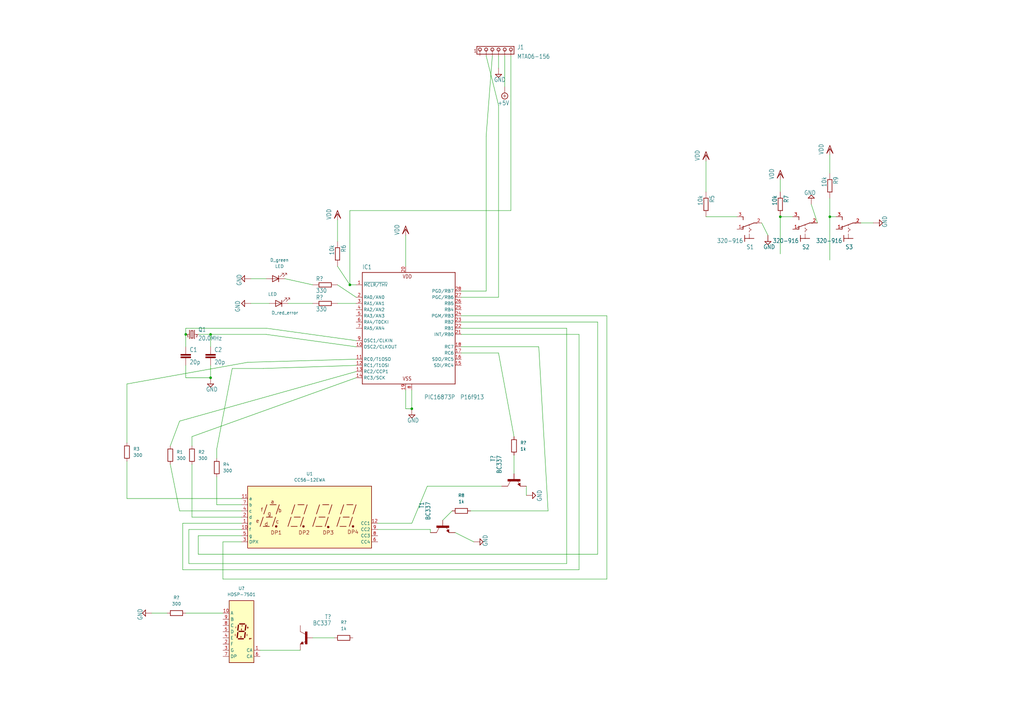
<source format=kicad_sch>
(kicad_sch (version 20211123) (generator eeschema)
  (paper "A3")
  (lib_symbols
    (symbol "Device:LED" (pin_numbers hide) (pin_names (offset 1.016) hide)
      (property "Reference" "D" (at 0 2.54 0))
      (property "Value" "LED" (at 0 -2.54 0))
      (symbol "LED_0_1"
        (polyline (pts (xy -1.27 -1.27) (xy -1.27 1.27)) (stroke (width 0.254)))
        (polyline (pts (xy -1.27 0) (xy 1.27 0)))
        (polyline (pts (xy 1.27 -1.27) (xy 1.27 1.27) (xy -1.27 0) (xy 1.27 -1.27)) (stroke (width 0.254)))
        (polyline (pts (xy -3.048 -0.762) (xy -4.572 -2.286) (xy -3.81 -2.286) (xy -4.572 -2.286) (xy -4.572 -1.524)))
        (polyline (pts (xy -1.778 -0.762) (xy -3.302 -2.286) (xy -2.54 -2.286) (xy -3.302 -2.286) (xy -3.302 -1.524)))
      )
      (symbol "LED_1_1"
        (pin passive line (at -3.81 0 0) (length 2.54) (name "K") (number "1"))
        (pin passive line (at 3.81 0 180) (length 2.54) (name "A") (number "2"))
      )
    )
    (symbol "Device:R" (pin_numbers hide) (pin_names (offset 0))
      (property "Reference" "R" (at 2.032 0 90))
      (property "Value" "R" (at 0 0 90))
      (symbol "R_0_1"
        (rectangle (start -1.016 -2.54) (end 1.016 2.54) (stroke (width 0.254)))
      )
      (symbol "R_1_1"
        (pin passive line (at 0 3.81 270) (length 1.27) (name "~") (number "1"))
        (pin passive line (at 0 -3.81 90) (length 1.27) (name "~") (number "2"))
      )
    )
    (symbol "Display_Character:CC56-12EWA"
      (property "Reference" "U" (at -24.13 13.97 0))
      (property "Value" "CC56-12EWA" (at 19.05 13.97 0))
      (symbol "CC56-12EWA_0_0"
        (rectangle (start -25.4 12.7) (end 25.4 -12.7) (stroke (width 0.254)) (fill (type background)))
        (polyline (pts (xy -20.32 -3.81) (xy -19.05 0)) (stroke (width 0.254)))
        (polyline (pts (xy -19.05 -3.81) (xy -16.51 -3.81)) (stroke (width 0.254)))
        (polyline (pts (xy -18.796 1.27) (xy -17.526 5.08)) (stroke (width 0.254)))
        (polyline (pts (xy -17.78 0) (xy -15.24 0)) (stroke (width 0.254)))
        (polyline (pts (xy -16.256 5.08) (xy -13.716 5.08)) (stroke (width 0.254)))
        (polyline (pts (xy -15.24 -3.81) (xy -13.97 0)) (stroke (width 0.254)))
        (polyline (pts (xy -13.716 1.27) (xy -12.446 5.08)) (stroke (width 0.254)))
        (polyline (pts (xy -8.89 -3.81) (xy -7.62 0)) (stroke (width 0.254)))
        (polyline (pts (xy -7.62 -3.81) (xy -5.08 -3.81)) (stroke (width 0.254)))
        (polyline (pts (xy -7.366 1.27) (xy -6.096 5.08)) (stroke (width 0.254)))
        (polyline (pts (xy -6.35 0) (xy -3.81 0)) (stroke (width 0.254)))
        (polyline (pts (xy -4.826 5.08) (xy -2.286 5.08)) (stroke (width 0.254)))
        (polyline (pts (xy -3.81 -3.81) (xy -2.54 0)) (stroke (width 0.254)))
        (polyline (pts (xy -2.286 1.27) (xy -1.016 5.08)) (stroke (width 0.254)))
        (polyline (pts (xy 1.27 -3.81) (xy 2.54 0)) (stroke (width 0.254)))
        (polyline (pts (xy 2.54 -3.81) (xy 5.08 -3.81)) (stroke (width 0.254)))
        (polyline (pts (xy 2.794 1.27) (xy 4.064 5.08)) (stroke (width 0.254)))
        (polyline (pts (xy 3.81 0) (xy 6.35 0)) (stroke (width 0.254)))
        (polyline (pts (xy 5.334 5.08) (xy 7.874 5.08)) (stroke (width 0.254)))
        (polyline (pts (xy 6.35 -3.81) (xy 7.62 0)) (stroke (width 0.254)))
        (polyline (pts (xy 7.874 1.27) (xy 9.144 5.08)) (stroke (width 0.254)))
        (polyline (pts (xy 11.176 -3.81) (xy 12.446 0)) (stroke (width 0.254)))
        (polyline (pts (xy 12.446 -3.81) (xy 14.986 -3.81)) (stroke (width 0.254)))
        (polyline (pts (xy 12.7 1.27) (xy 13.97 5.08)) (stroke (width 0.254)))
        (polyline (pts (xy 13.716 0) (xy 16.256 0)) (stroke (width 0.254)))
        (polyline (pts (xy 15.24 5.08) (xy 17.78 5.08)) (stroke (width 0.254)))
        (polyline (pts (xy 16.256 -3.81) (xy 17.526 0)) (stroke (width 0.254)))
        (polyline (pts (xy 17.78 1.27) (xy 19.05 5.08)) (stroke (width 0.254)))
        (text "a" (at -15.24 6.35 0) (effects (font (size 1.524 1.524))))
        (text "b" (at -12.192 2.794 0) (effects (font (size 1.524 1.524))))
        (text "c" (at -13.208 -1.778 0) (effects (font (size 1.524 1.524))))
        (text "d" (at -17.78 -2.794 0) (effects (font (size 1.524 1.524))))
        (text "DP1" (at -13.716 -6.35 0) (effects (font (size 1.524 1.524))))
        (text "DP2" (at -2.286 -6.35 0) (effects (font (size 1.524 1.524))))
        (text "DP3" (at 7.62 -6.35 0) (effects (font (size 1.524 1.524))))
        (text "DP4" (at 17.78 -6.096 0) (effects (font (size 1.524 1.524))))
        (text "e" (at -21.336 -1.524 0) (effects (font (size 1.524 1.524))))
        (text "f" (at -19.558 3.048 0) (effects (font (size 1.524 1.524))))
        (text "g" (at -16.51 1.524 0) (effects (font (size 1.524 1.524))))
      )
      (symbol "CC56-12EWA_0_1"
        (circle (center -13.716 -3.81) (radius 0.3556) (stroke (width 0.254)) (fill (type outline)))
        (circle (center -2.54 -3.81) (radius 0.3556) (stroke (width 0.254)) (fill (type outline)))
      )
      (symbol "CC56-12EWA_1_0"
        (circle (center 7.62 -4.064) (radius 0.3556) (stroke (width 0.254)) (fill (type outline)))
        (circle (center 17.78 -3.81) (radius 0.3556) (stroke (width 0.254)) (fill (type outline)))
      )
      (symbol "CC56-12EWA_1_1"
        (pin input line (at -27.94 -2.54 0) (length 2.54) (name "e") (number "1"))
        (pin input line (at -27.94 -5.08 0) (length 2.54) (name "f") (number "10"))
        (pin input line (at -27.94 7.62 0) (length 2.54) (name "a") (number "11"))
        (pin input line (at 27.94 -2.54 180) (length 2.54) (name "CC1") (number "12"))
        (pin input line (at -27.94 0 0) (length 2.54) (name "d") (number "2"))
        (pin input line (at -27.94 -10.16 0) (length 2.54) (name "DPX") (number "3"))
        (pin input line (at -27.94 2.54 0) (length 2.54) (name "c") (number "4"))
        (pin input line (at -27.94 -7.62 0) (length 2.54) (name "g") (number "5"))
        (pin input line (at 27.94 -10.16 180) (length 2.54) (name "CC4") (number "6"))
        (pin input line (at -27.94 5.08 0) (length 2.54) (name "b") (number "7"))
        (pin input line (at 27.94 -7.62 180) (length 2.54) (name "CC3") (number "8"))
        (pin input line (at 27.94 -5.08 180) (length 2.54) (name "CC2") (number "9"))
      )
    )
    (symbol "Display_Character:HDSP-7501"
      (property "Reference" "U" (at -3.81 13.97 0))
      (property "Value" "HDSP-7501" (at 6.35 13.97 0))
      (symbol "HDSP-7501_1_0"
        (text "A" (at 0.254 2.413 0) (effects (font (size 0.508 0.508))))
        (text "B" (at 2.54 1.651 0) (effects (font (size 0.508 0.508))))
        (text "C" (at 2.286 -1.397 0) (effects (font (size 0.508 0.508))))
        (text "D" (at -0.254 -2.159 0) (effects (font (size 0.508 0.508))))
        (text "DP" (at 3.556 -2.921 0) (effects (font (size 0.508 0.508))))
        (text "E" (at -2.54 -1.397 0) (effects (font (size 0.508 0.508))))
        (text "F" (at -2.286 1.651 0) (effects (font (size 0.508 0.508))))
        (text "G" (at 0 0.889 0) (effects (font (size 0.508 0.508))))
      )
      (symbol "HDSP-7501_1_1"
        (rectangle (start -5.08 12.7) (end 5.08 -12.7) (stroke (width 0.254)) (fill (type background)))
        (polyline (pts (xy -1.524 -0.381) (xy -1.778 -2.413)) (stroke (width 0.508)))
        (polyline (pts (xy -1.27 -2.921) (xy 0.762 -2.921)) (stroke (width 0.508)))
        (polyline (pts (xy -1.27 2.667) (xy -1.524 0.635)) (stroke (width 0.508)))
        (polyline (pts (xy -1.016 0.127) (xy 1.016 0.127)) (stroke (width 0.508)))
        (polyline (pts (xy -0.762 3.175) (xy 1.27 3.175)) (stroke (width 0.508)))
        (polyline (pts (xy 1.524 -0.381) (xy 1.27 -2.413)) (stroke (width 0.508)))
        (polyline (pts (xy 1.778 2.667) (xy 1.524 0.635)) (stroke (width 0.508)))
        (polyline (pts (xy 2.54 -2.921) (xy 2.54 -2.921)) (stroke (width 0.508)))
        (pin input line (at 7.62 -7.62 180) (length 2.54) (name "CA") (number "1"))
        (pin input line (at -7.62 7.62 0) (length 2.54) (name "A") (number "10"))
        (pin input line (at -7.62 -5.08 0) (length 2.54) (name "F") (number "2"))
        (pin input line (at -7.62 -7.62 0) (length 2.54) (name "G") (number "3"))
        (pin input line (at -7.62 -2.54 0) (length 2.54) (name "E") (number "4"))
        (pin input line (at -7.62 0 0) (length 2.54) (name "D") (number "5"))
        (pin input line (at 7.62 -10.16 180) (length 2.54) (name "CA") (number "6"))
        (pin input line (at -7.62 -10.16 0) (length 2.54) (name "DP") (number "7"))
        (pin input line (at -7.62 2.54 0) (length 2.54) (name "C") (number "8"))
        (pin input line (at -7.62 5.08 0) (length 2.54) (name "B") (number "9"))
      )
    )
    (symbol "schemat_regulatora-eagle-import:+5V" (power)
      (property "Value" "+5V" (at -1.905 3.175 0))
      (symbol "+5V_1_0"
        (polyline (pts (xy -0.635 1.27) (xy 0.635 1.27)) (stroke (width 0.1524)))
        (polyline (pts (xy 0 0.635) (xy 0 1.905)) (stroke (width 0.1524)))
        (circle (center 0 1.27) (radius 1.27) (stroke (width 0.254)))
        (pin power_in line (at 0 -2.54 90) (length 2.54) (name "+5V") (number "1"))
      )
    )
    (symbol "schemat_regulatora-eagle-import:320-916"
      (property "Reference" "S" (at -6.35 -1.905 90))
      (property "Value" "320-916" (at -3.81 2.54 90))
      (symbol "320-916_1_0"
        (polyline (pts (xy -5.08 1.905) (xy -3.81 1.905)) (stroke (width 0.254)))
        (polyline (pts (xy -3.81 0) (xy -3.81 -1.905)) (stroke (width 0.254)))
        (polyline (pts (xy -3.81 0) (xy -1.905 0)) (stroke (width 0.1524)))
        (polyline (pts (xy -3.81 1.905) (xy -3.81 0)) (stroke (width 0.254)))
        (polyline (pts (xy -3.81 1.905) (xy -2.54 1.905)) (stroke (width 0.254)))
        (polyline (pts (xy -1.27 0) (xy -0.762 0)) (stroke (width 0.1524)))
        (polyline (pts (xy -0.762 0) (xy -0.254 -0.762)) (stroke (width 0.1524)))
        (polyline (pts (xy -0.254 -0.762) (xy 0.254 0)) (stroke (width 0.1524)))
        (polyline (pts (xy 0 2.54) (xy 0 3.175)) (stroke (width 0.254)))
        (polyline (pts (xy 0 2.54) (xy 1.27 2.54)) (stroke (width 0.254)))
        (polyline (pts (xy 0.254 0) (xy 0.635 0)) (stroke (width 0.1524)))
        (polyline (pts (xy 1.27 0) (xy 1.905 0)) (stroke (width 0.1524)))
        (polyline (pts (xy 2.54 -3.175) (xy 2.54 -1.905)) (stroke (width 0.254)))
        (polyline (pts (xy 2.54 -1.905) (xy 0.635 3.175)) (stroke (width 0.254)))
        (polyline (pts (xy 3.81 2.54) (xy 5.08 2.54)) (stroke (width 0.254)))
        (polyline (pts (xy 5.08 2.54) (xy 5.08 3.175)) (stroke (width 0.254)))
        (pin passive line (at 0 5.08 270) (length 2.54) (name "O") (number "1"))
        (pin passive line (at 2.54 -5.08 90) (length 2.54) (name "P") (number "2"))
        (pin passive line (at 5.08 5.08 270) (length 2.54) (name "S") (number "3"))
      )
    )
    (symbol "schemat_regulatora-eagle-import:BC337"
      (property "Reference" "T" (at -10.16 7.62 0))
      (property "Value" "BC337" (at -10.16 5.08 0))
      (symbol "BC337_1_0"
        (rectangle (start -0.254 -2.54) (end 0.508 2.54) (fill (type outline)))
        (polyline (pts (xy 1.27 -2.54) (xy 1.778 -1.524)) (stroke (width 0.1524)))
        (polyline (pts (xy 1.524 -2.413) (xy 2.286 -2.413)) (stroke (width 0.254)))
        (polyline (pts (xy 1.524 -2.286) (xy 1.905 -2.286)) (stroke (width 0.254)))
        (polyline (pts (xy 1.54 -2.04) (xy 0.308 -1.424)) (stroke (width 0.1524)))
        (polyline (pts (xy 1.778 -1.778) (xy 1.524 -2.286)) (stroke (width 0.254)))
        (polyline (pts (xy 1.778 -1.524) (xy 2.54 -2.54)) (stroke (width 0.1524)))
        (polyline (pts (xy 1.905 -2.286) (xy 1.778 -2.032)) (stroke (width 0.254)))
        (polyline (pts (xy 2.286 -2.413) (xy 1.778 -1.778)) (stroke (width 0.254)))
        (polyline (pts (xy 2.54 -2.54) (xy 1.27 -2.54)) (stroke (width 0.1524)))
        (polyline (pts (xy 2.54 2.54) (xy 0.508 1.524)) (stroke (width 0.1524)))
        (pin passive line (at 2.54 -5.08 90) (length 2.54) (name "E") (number "1"))
        (pin passive line (at -2.54 0 0) (length 2.54) (name "B") (number "2"))
        (pin passive line (at 2.54 5.08 270) (length 2.54) (name "C") (number "3"))
      )
    )
    (symbol "schemat_regulatora-eagle-import:C5{slash}4.5"
      (property "Reference" "C" (at 1.524 0.381 0))
      (property "Value" "C5{slash}4.5" (at 1.524 -4.699 0))
      (symbol "C5{slash}4.5_1_0"
        (rectangle (start -2.032 -2.032) (end 2.032 -1.524) (fill (type outline)))
        (rectangle (start -2.032 -1.016) (end 2.032 -0.508) (fill (type outline)))
        (polyline (pts (xy 0 -2.54) (xy 0 -2.032)) (stroke (width 0.1524)))
        (polyline (pts (xy 0 0) (xy 0 -0.508)) (stroke (width 0.1524)))
        (pin passive line (at 0 2.54 270) (length 2.54) (name "1") (number "1"))
        (pin passive line (at 0 -5.08 90) (length 2.54) (name "2") (number "2"))
      )
    )
    (symbol "schemat_regulatora-eagle-import:CRYSTALHC49S"
      (property "Reference" "Q" (at 2.54 1.016 0))
      (property "Value" "CRYSTALHC49S" (at 2.54 -2.54 0))
      (symbol "CRYSTALHC49S_1_0"
        (polyline (pts (xy -2.54 0) (xy -1.016 0)) (stroke (width 0.1524)))
        (polyline (pts (xy -1.016 1.778) (xy -1.016 -1.778)) (stroke (width 0.254)))
        (polyline (pts (xy -0.381 -1.524) (xy 0.381 -1.524)) (stroke (width 0.254)))
        (polyline (pts (xy -0.381 1.524) (xy -0.381 -1.524)) (stroke (width 0.254)))
        (polyline (pts (xy 0.381 -1.524) (xy 0.381 1.524)) (stroke (width 0.254)))
        (polyline (pts (xy 0.381 1.524) (xy -0.381 1.524)) (stroke (width 0.254)))
        (polyline (pts (xy 1.016 0) (xy 2.54 0)) (stroke (width 0.1524)))
        (polyline (pts (xy 1.016 1.778) (xy 1.016 -1.778)) (stroke (width 0.254)))
        (text "1" (at -2.159 -1.143 0) (effects (font (size 0.8636 0.734)) (justify left bottom)))
        (text "2" (at 1.524 -1.143 0) (effects (font (size 0.8636 0.734)) (justify left bottom)))
        (pin passive line (at -2.54 0 0) (length 0) (name "1") (number "1"))
        (pin passive line (at 2.54 0 180) (length 0) (name "2") (number "2"))
      )
    )
    (symbol "schemat_regulatora-eagle-import:GND" (power)
      (property "Value" "GND" (at -1.905 -3.175 0))
      (symbol "GND_1_0"
        (polyline (pts (xy -1.27 0) (xy 1.27 0)) (stroke (width 0.254)))
        (polyline (pts (xy 0 -1.27) (xy -1.27 0)) (stroke (width 0.254)))
        (polyline (pts (xy 1.27 0) (xy 0 -1.27)) (stroke (width 0.254)))
        (pin power_in line (at 0 2.54 270) (length 2.54) (name "GND") (number "1"))
      )
    )
    (symbol "schemat_regulatora-eagle-import:MTA06-156"
      (property "Reference" "J" (at 15.24 0 0))
      (property "Value" "MTA06-156" (at 15.24 -3.81 0))
      (symbol "MTA06-156_1_0"
        (polyline (pts (xy -1.27 1.27) (xy -1.27 -1.905)) (stroke (width 0.254)))
        (polyline (pts (xy -1.27 1.27) (xy 13.97 1.27)) (stroke (width 0.254)))
        (polyline (pts (xy 13.97 -1.905) (xy -1.27 -1.905)) (stroke (width 0.254)))
        (polyline (pts (xy 13.97 -1.905) (xy 13.97 1.27)) (stroke (width 0.254)))
        (circle (center 0 0) (radius 0.635) (stroke (width 0.254)))
        (circle (center 2.54 0) (radius 0.635) (stroke (width 0.254)))
        (circle (center 5.08 0) (radius 0.635) (stroke (width 0.254)))
        (circle (center 7.62 0) (radius 0.635) (stroke (width 0.254)))
        (circle (center 10.16 0) (radius 0.635) (stroke (width 0.254)))
        (circle (center 12.7 0) (radius 0.635) (stroke (width 0.254)))
        (text "1" (at -2.54 -1.27 0) (effects (font (size 1.27 1.0795)) (justify left bottom)))
        (pin passive line (at 0 -2.54 90) (length 2.54) (name "1") (number "1"))
        (pin passive line (at 2.54 -2.54 90) (length 2.54) (name "2") (number "2"))
        (pin passive line (at 5.08 -2.54 90) (length 2.54) (name "3") (number "3"))
        (pin passive line (at 7.62 -2.54 90) (length 2.54) (name "4") (number "4"))
        (pin passive line (at 10.16 -2.54 90) (length 2.54) (name "5") (number "5"))
        (pin passive line (at 12.7 -2.54 90) (length 2.54) (name "6") (number "6"))
      )
    )
    (symbol "schemat_regulatora-eagle-import:PIC16873P"
      (property "Reference" "IC" (at -17.78 24.13 0))
      (property "Value" "PIC16873P" (at 7.62 -25.4 0))
      (symbol "PIC16873P_1_0"
        (polyline (pts (xy -17.78 -22.86) (xy -17.78 22.86)) (stroke (width 0.254)))
        (polyline (pts (xy -17.78 22.86) (xy 20.32 22.86)) (stroke (width 0.254)))
        (polyline (pts (xy 20.32 -22.86) (xy -17.78 -22.86)) (stroke (width 0.254)))
        (polyline (pts (xy 20.32 22.86) (xy 20.32 -22.86)) (stroke (width 0.254)))
        (text "VDD" (at -1.27 20.32 0) (effects (font (size 1.524 1.2954)) (justify left bottom)))
        (text "VSS" (at -1.27 -21.59 0) (effects (font (size 1.524 1.2954)) (justify left bottom)))
        (pin input line (at -20.32 17.78 0) (length 2.54) (name "~{MCLR/THV}") (number "1"))
        (pin output line (at -20.32 -7.62 0) (length 2.54) (name "OSC2/CLKOUT") (number "10"))
        (pin bidirectional line (at -20.32 -12.7 0) (length 2.54) (name "RC0/T1OSO") (number "11"))
        (pin bidirectional line (at -20.32 -15.24 0) (length 2.54) (name "RC1/T1OSI") (number "12"))
        (pin bidirectional line (at -20.32 -17.78 0) (length 2.54) (name "RC2/CCP1") (number "13"))
        (pin bidirectional line (at -20.32 -20.32 0) (length 2.54) (name "RC3/SCK") (number "14"))
        (pin bidirectional line (at 22.86 -15.24 180) (length 2.54) (name "SDI/RC4") (number "15"))
        (pin bidirectional line (at 22.86 -12.7 180) (length 2.54) (name "SDO/RC5") (number "16"))
        (pin bidirectional line (at 22.86 -10.16 180) (length 2.54) (name "RC6") (number "17"))
        (pin bidirectional line (at 22.86 -7.62 180) (length 2.54) (name "RC7") (number "18"))
        (pin power_in line (at 0 -25.4 90) (length 2.54) (name "VSS@1") (number "19"))
        (pin bidirectional line (at -20.32 12.7 0) (length 2.54) (name "RA0/AN0") (number "2"))
        (pin power_in line (at 0 25.4 270) (length 2.54) (name "VDD") (number "20"))
        (pin bidirectional line (at 22.86 -2.54 180) (length 2.54) (name "INT/RB0") (number "21"))
        (pin bidirectional line (at 22.86 0 180) (length 2.54) (name "RB1") (number "22"))
        (pin bidirectional line (at 22.86 2.54 180) (length 2.54) (name "RB2") (number "23"))
        (pin bidirectional line (at 22.86 5.08 180) (length 2.54) (name "PGM/RB3") (number "24"))
        (pin bidirectional line (at 22.86 7.62 180) (length 2.54) (name "RB4") (number "25"))
        (pin bidirectional line (at 22.86 10.16 180) (length 2.54) (name "RB5") (number "26"))
        (pin bidirectional line (at 22.86 12.7 180) (length 2.54) (name "PGC/RB6") (number "27"))
        (pin bidirectional line (at 22.86 15.24 180) (length 2.54) (name "PGD/RB7") (number "28"))
        (pin bidirectional line (at -20.32 10.16 0) (length 2.54) (name "RA1/AN1") (number "3"))
        (pin bidirectional line (at -20.32 7.62 0) (length 2.54) (name "RA2/AN2") (number "4"))
        (pin bidirectional line (at -20.32 5.08 0) (length 2.54) (name "RA3/AN3") (number "5"))
        (pin bidirectional line (at -20.32 2.54 0) (length 2.54) (name "RA4/T0CKI") (number "6"))
        (pin bidirectional line (at -20.32 0 0) (length 2.54) (name "RA5/AN4") (number "7"))
        (pin power_in line (at 2.54 -25.4 90) (length 2.54) (name "VSS") (number "8"))
        (pin input line (at -20.32 -5.08 0) (length 2.54) (name "OSC1/CLKIN") (number "9"))
      )
    )
    (symbol "schemat_regulatora-eagle-import:R-EU_0204{slash}7"
      (property "Reference" "R" (at -3.81 1.4986 0))
      (property "Value" "R-EU_0204{slash}7" (at -3.81 -3.302 0))
      (symbol "R-EU_0204{slash}7_1_0"
        (polyline (pts (xy -2.54 -0.889) (xy -2.54 0.889)) (stroke (width 0.254)))
        (polyline (pts (xy -2.54 -0.889) (xy 2.54 -0.889)) (stroke (width 0.254)))
        (polyline (pts (xy 2.54 -0.889) (xy 2.54 0.889)) (stroke (width 0.254)))
        (polyline (pts (xy 2.54 0.889) (xy -2.54 0.889)) (stroke (width 0.254)))
        (pin passive line (at -5.08 0 0) (length 2.54) (name "1") (number "1"))
        (pin passive line (at 5.08 0 180) (length 2.54) (name "2") (number "2"))
      )
    )
    (symbol "schemat_regulatora-eagle-import:VDD" (power)
      (property "Value" "VDD" (at -2.54 -2.54 90))
      (symbol "VDD_1_0"
        (polyline (pts (xy 0 0) (xy -1.27 -1.905)) (stroke (width 0.254)))
        (polyline (pts (xy 0 1.27) (xy -1.27 -1.905)) (stroke (width 0.254)))
        (polyline (pts (xy 1.27 -1.905) (xy 0 0)) (stroke (width 0.254)))
        (polyline (pts (xy 1.27 -1.905) (xy 0 1.27)) (stroke (width 0.254)))
        (pin power_in line (at 0 -2.54 90) (length 2.54) (name "VDD") (number "1"))
      )
    )
  )
  (junction (at 76.2 137.16))
  (junction (at 86.36 154.94))
  (junction (at 168.91 167.64))
  (junction (at 86.36 137.16))
  (junction (at 340.36 88.9))
  (junction (at 320.04 88.9))
  (junction (at 143.51 116.84))
  (wire (pts (xy 88.9 195.58) (xy 88.9 207.01)))
  (wire (pts (xy 99.06 214.63) (xy 74.93 214.63)))
  (wire (pts (xy 168.91 167.64) (xy 168.91 160.02)))
  (wire (pts (xy 74.93 214.63) (xy 74.93 233.68)))
  (wire (pts (xy 78.74 212.09) (xy 99.06 212.09)))
  (wire (pts (xy 210.82 194.31) (xy 210.82 186.69)))
  (wire (pts (xy 99.06 209.55) (xy 73.66 209.55)))
  (wire (pts (xy 166.37 167.64) (xy 168.91 167.64)))
  (wire (pts (xy 109.22 134.62) (xy 146.05 139.7)))
  (wire (pts (xy 102.87 114.3) (xy 109.22 114.3)))
  (wire (pts (xy 138.43 90.17) (xy 138.43 99.06)))
  (wire (pts (xy 62.23 251.46) (xy 68.58 251.46)))
  (wire (pts (xy 138.43 116.84) (xy 146.05 121.92)))
  (wire (pts (xy 137.16 261.62) (xy 128.27 261.62)))
  (wire (pts (xy 332.74 83.82) (xy 335.28 91.44)))
  (wire (pts (xy 76.2 149.86) (xy 76.2 154.94)))
  (wire (pts (xy 314.96 96.52) (xy 312.42 91.44)))
  (wire (pts (xy 78.74 190.5) (xy 78.74 212.09)))
  (wire (pts (xy 109.22 137.16) (xy 146.05 142.24)))
  (wire (pts (xy 189.23 144.78) (xy 204.47 144.78)))
  (wire (pts (xy 69.85 190.5) (xy 73.66 209.55)))
  (wire (pts (xy 99.06 217.17) (xy 77.47 217.17)))
  (wire (pts (xy 77.47 231.14) (xy 232.41 231.14)))
  (wire (pts (xy 86.36 154.94) (xy 86.36 149.86)))
  (wire (pts (xy 320.04 104.14) (xy 320.04 88.9)))
  (wire (pts (xy 76.2 142.24) (xy 76.2 137.16)))
  (wire (pts (xy 81.28 219.71) (xy 81.28 227.33)))
  (wire (pts (xy 209.55 86.36) (xy 209.55 22.86)))
  (wire (pts (xy 99.06 204.47) (xy 52.07 204.47)))
  (wire (pts (xy 88.9 207.01) (xy 99.06 207.01)))
  (wire (pts (xy 76.2 137.16) (xy 76.2 134.62)))
  (wire (pts (xy 107.95 151.13) (xy 146.05 149.86)))
  (wire (pts (xy 128.27 124.46) (xy 118.11 124.46)))
  (wire (pts (xy 166.37 96.52) (xy 166.37 109.22)))
  (wire (pts (xy 189.23 134.62) (xy 232.41 134.62)))
  (wire (pts (xy 146.05 152.4) (xy 73.66 172.72)))
  (wire (pts (xy 88.9 184.15) (xy 88.9 187.96)))
  (wire (pts (xy 189.23 137.16) (xy 237.49 137.16)))
  (wire (pts (xy 207.01 35.56) (xy 207.01 22.86)))
  (wire (pts (xy 204.47 22.86) (xy 204.47 27.94)))
  (wire (pts (xy 204.47 43.18) (xy 204.47 121.92)))
  (wire (pts (xy 78.74 179.07) (xy 78.74 182.88)))
  (wire (pts (xy 91.44 237.49) (xy 91.44 222.25)))
  (wire (pts (xy 340.36 88.9) (xy 342.9 88.9)))
  (wire (pts (xy 302.26 88.9) (xy 289.56 88.9)))
  (wire (pts (xy 107.95 151.13) (xy 95.25 151.13)))
  (wire (pts (xy 189.23 119.38) (xy 199.39 119.38)))
  (wire (pts (xy 224.79 209.55) (xy 220.98 142.24)))
  (wire (pts (xy 143.51 116.84) (xy 146.05 116.84)))
  (wire (pts (xy 81.28 137.16) (xy 86.36 137.16)))
  (wire (pts (xy 99.06 219.71) (xy 81.28 219.71)))
  (wire (pts (xy 186.69 218.44) (xy 194.31 222.25)))
  (wire (pts (xy 154.94 217.17) (xy 176.53 217.17)))
  (wire (pts (xy 74.93 233.68) (xy 237.49 233.68)))
  (wire (pts (xy 248.92 129.54) (xy 248.92 237.49)))
  (wire (pts (xy 116.84 114.3) (xy 128.27 116.84)))
  (wire (pts (xy 340.36 81.28) (xy 340.36 88.9)))
  (wire (pts (xy 81.28 227.33) (xy 245.11 227.33)))
  (wire (pts (xy 189.23 121.92) (xy 204.47 121.92)))
  (wire (pts (xy 91.44 222.25) (xy 99.06 222.25)))
  (wire (pts (xy 95.25 151.13) (xy 88.9 184.15)))
  (wire (pts (xy 101.6 148.59) (xy 52.07 157.48)))
  (wire (pts (xy 215.9 203.2) (xy 215.9 199.39)))
  (wire (pts (xy 220.98 142.24) (xy 189.23 142.24)))
  (wire (pts (xy 358.14 91.44) (xy 353.06 91.44)))
  (wire (pts (xy 199.39 55.88) (xy 199.39 119.38)))
  (wire (pts (xy 176.53 217.17) (xy 176.53 218.44)))
  (wire (pts (xy 320.04 73.66) (xy 320.04 78.74)))
  (wire (pts (xy 245.11 132.08) (xy 189.23 132.08)))
  (wire (pts (xy 123.19 266.7) (xy 106.68 266.7)))
  (wire (pts (xy 320.04 88.9) (xy 325.12 88.9)))
  (wire (pts (xy 101.6 148.59) (xy 146.05 147.32)))
  (wire (pts (xy 237.49 233.68) (xy 237.49 137.16)))
  (wire (pts (xy 76.2 134.62) (xy 109.22 134.62)))
  (wire (pts (xy 199.39 22.86) (xy 204.47 43.18)))
  (wire (pts (xy 289.56 66.04) (xy 289.56 78.74)))
  (wire (pts (xy 245.11 227.33) (xy 245.11 132.08)))
  (wire (pts (xy 175.26 199.39) (xy 205.74 199.39)))
  (wire (pts (xy 185.42 209.55) (xy 181.61 213.36)))
  (wire (pts (xy 138.43 109.22) (xy 143.51 116.84)))
  (wire (pts (xy 189.23 129.54) (xy 248.92 129.54)))
  (wire (pts (xy 76.2 154.94) (xy 86.36 154.94)))
  (wire (pts (xy 143.51 86.36) (xy 209.55 86.36)))
  (wire (pts (xy 86.36 137.16) (xy 86.36 142.24)))
  (wire (pts (xy 340.36 106.68) (xy 340.36 88.9)))
  (wire (pts (xy 210.82 179.07) (xy 204.47 144.78)))
  (wire (pts (xy 52.07 181.61) (xy 52.07 157.48)))
  (wire (pts (xy 143.51 116.84) (xy 143.51 86.36)))
  (wire (pts (xy 248.92 237.49) (xy 91.44 237.49)))
  (wire (pts (xy 224.79 209.55) (xy 193.04 209.55)))
  (wire (pts (xy 52.07 204.47) (xy 52.07 189.23)))
  (wire (pts (xy 340.36 63.5) (xy 340.36 71.12)))
  (wire (pts (xy 77.47 217.17) (xy 77.47 231.14)))
  (wire (pts (xy 146.05 154.94) (xy 78.74 179.07)))
  (wire (pts (xy 86.36 137.16) (xy 109.22 137.16)))
  (wire (pts (xy 154.94 214.63) (xy 168.91 214.63)))
  (wire (pts (xy 73.66 172.72) (xy 69.85 182.88)))
  (wire (pts (xy 138.43 124.46) (xy 146.05 124.46)))
  (wire (pts (xy 232.41 231.14) (xy 232.41 134.62)))
  (wire (pts (xy 166.37 160.02) (xy 166.37 167.64)))
  (wire (pts (xy 76.2 251.46) (xy 91.44 251.46)))
  (wire (pts (xy 168.91 214.63) (xy 175.26 199.39)))
  (wire (pts (xy 102.87 124.46) (xy 110.49 124.46)))
  (wire (pts (xy 199.39 55.88) (xy 201.93 22.86)))
  (symbol (lib_id "schemat_regulatora-eagle-import:GND") (at 168.91 170.18 0) (unit 1)
    (property "Reference" "#GND01" (effects hide))
    (property "Value" "GND" (at 167.005 173.355 0) (effects (font (size 1.778 1.5113)) (justify left bottom)))
    (property "Footprint" "schemat_regulatora:" (effects hide))
  )
  (symbol (lib_id "Display_Character:HDSP-7501") (at 99.06 259.08 0) (unit 1)
    (property "Reference" "U?" (at 99.06 241.3 0))
    (property "Value" "HDSP-7501" (at 99.06 243.84 0))
    (property "Footprint" "Display_7Segment:HDSP-A151" (effects hide))
    (property "Datasheet" "https://docs.broadcom.com/docs/AV02-2553EN" (effects hide))
  )
  (symbol (lib_id "schemat_regulatora-eagle-import:VDD") (at 289.56 63.5 0) (unit 1)
    (property "Reference" "#VDD01" (effects hide))
    (property "Value" "VDD" (at 287.02 66.04 90) (effects (font (size 1.778 1.5113)) (justify left bottom)))
    (property "Footprint" "schemat_regulatora:" (effects hide))
  )
  (symbol (lib_id "schemat_regulatora-eagle-import:R-EU_0204{slash}7") (at 340.36 76.2 270) (unit 1)
    (property "Reference" "R9" (at 341.8586 72.39 0) (effects (font (size 1.778 1.5113)) (justify left bottom)))
    (property "Value" "10k" (at 337.058 72.39 0) (effects (font (size 1.778 1.5113)) (justify left bottom)))
    (property "Footprint" "schemat_regulatora:0204_7" (effects hide))
  )
  (symbol (lib_id "schemat_regulatora-eagle-import:GND") (at 314.96 99.06 0) (unit 1)
    (property "Reference" "#SUPPLY02" (effects hide))
    (property "Value" "GND" (at 313.055 102.235 0) (effects (font (size 1.778 1.5113)) (justify left bottom)))
    (property "Footprint" "schemat_regulatora:" (effects hide))
  )
  (symbol (lib_id "Device:LED") (at 114.3 124.46 180) (unit 1)
    (property "Reference" "D_red_error" (at 116.84 128.27 0))
    (property "Value" "LED" (at 111.76 120.65 0))
  )
  (symbol (lib_id "schemat_regulatora-eagle-import:BC337") (at 210.82 196.85 90) (mirror x) (unit 1)
    (property "Reference" "T?" (at 203.2 186.69 0) (effects (font (size 1.778 1.5113)) (justify left bottom)))
    (property "Value" "BC337" (at 205.74 186.69 0) (effects (font (size 1.778 1.5113)) (justify left bottom)))
    (property "Footprint" "schemat_regulatora:TO92" (effects hide))
  )
  (symbol (lib_id "schemat_regulatora-eagle-import:GND") (at 59.69 251.46 270) (unit 1)
    (property "Reference" "#GND?" (effects hide))
    (property "Value" "GND" (at 56.515 249.555 0) (effects (font (size 1.778 1.5113)) (justify left bottom)))
    (property "Footprint" "schemat_regulatora:" (effects hide))
  )
  (symbol (lib_id "schemat_regulatora-eagle-import:VDD") (at 320.04 71.12 0) (unit 1)
    (property "Reference" "#VDD03" (effects hide))
    (property "Value" "VDD" (at 317.5 73.66 90) (effects (font (size 1.778 1.5113)) (justify left bottom)))
    (property "Footprint" "schemat_regulatora:" (effects hide))
  )
  (symbol (lib_id "Device:R") (at 140.97 261.62 90) (unit 1)
    (property "Reference" "R?" (at 140.97 255.27 90))
    (property "Value" "1k" (at 140.97 257.81 90))
  )
  (symbol (lib_id "schemat_regulatora-eagle-import:R-EU_0204{slash}7") (at 133.35 116.84 0) (unit 1)
    (property "Reference" "R?" (at 129.54 115.3414 0) (effects (font (size 1.778 1.5113)) (justify left bottom)))
    (property "Value" "330" (at 129.54 120.142 0) (effects (font (size 1.778 1.5113)) (justify left bottom)))
    (property "Footprint" "schemat_regulatora:0204_7" (effects hide))
  )
  (symbol (lib_id "schemat_regulatora-eagle-import:320-916") (at 330.2 93.98 90) (unit 1)
    (property "Reference" "S2" (at 332.105 100.33 90) (effects (font (size 1.778 1.5113)) (justify left bottom)))
    (property "Value" "320-916" (at 327.66 97.79 90) (effects (font (size 1.778 1.5113)) (justify left bottom)))
    (property "Footprint" "schemat_regulatora:320-916" (effects hide))
  )
  (symbol (lib_id "Device:R") (at 52.07 185.42 180) (unit 1)
    (property "Reference" "R3" (at 54.61 184.1499 0) (effects (justify right)))
    (property "Value" "300" (at 54.61 186.6899 0) (effects (justify right)))
  )
  (symbol (lib_id "schemat_regulatora-eagle-import:320-916") (at 307.34 93.98 90) (unit 1)
    (property "Reference" "S1" (at 309.245 100.33 90) (effects (font (size 1.778 1.5113)) (justify left bottom)))
    (property "Value" "320-916" (at 304.8 97.79 90) (effects (font (size 1.778 1.5113)) (justify left bottom)))
    (property "Footprint" "schemat_regulatora:320-916" (effects hide))
  )
  (symbol (lib_id "Device:R") (at 78.74 186.69 180) (unit 1)
    (property "Reference" "R2" (at 81.28 185.4199 0) (effects (justify right)))
    (property "Value" "300" (at 81.28 187.9599 0) (effects (justify right)))
  )
  (symbol (lib_id "Device:R") (at 72.39 251.46 270) (unit 1)
    (property "Reference" "R?" (at 72.39 245.11 90))
    (property "Value" "300" (at 72.39 247.65 90))
  )
  (symbol (lib_id "schemat_regulatora-eagle-import:C5{slash}4.5") (at 86.36 144.78 0) (unit 1)
    (property "Reference" "C2" (at 87.884 144.399 0) (effects (font (size 1.778 1.5113)) (justify left bottom)))
    (property "Value" "20p" (at 87.884 149.479 0) (effects (font (size 1.778 1.5113)) (justify left bottom)))
    (property "Footprint" "schemat_regulatora:C5B4.5" (effects hide))
  )
  (symbol (lib_id "schemat_regulatora-eagle-import:BC337") (at 125.73 261.62 0) (mirror y) (unit 1)
    (property "Reference" "T?" (at 135.89 254 0) (effects (font (size 1.778 1.5113)) (justify left bottom)))
    (property "Value" "BC337" (at 135.89 256.54 0) (effects (font (size 1.778 1.5113)) (justify left bottom)))
    (property "Footprint" "schemat_regulatora:TO92" (effects hide))
  )
  (symbol (lib_id "Device:R") (at 88.9 191.77 180) (unit 1)
    (property "Reference" "R4" (at 91.44 190.4999 0) (effects (justify right)))
    (property "Value" "300" (at 91.44 193.0399 0) (effects (justify right)))
  )
  (symbol (lib_id "schemat_regulatora-eagle-import:GND") (at 218.44 203.2 90) (unit 1)
    (property "Reference" "#GND?" (effects hide))
    (property "Value" "GND" (at 222.25 205.74 0) (effects (font (size 1.778 1.5113)) (justify left bottom)))
    (property "Footprint" "schemat_regulatora:" (effects hide))
  )
  (symbol (lib_id "Device:LED") (at 113.03 114.3 180) (unit 1)
    (property "Reference" "D_green" (at 114.6175 106.68 0))
    (property "Value" "LED" (at 114.6175 109.22 0))
  )
  (symbol (lib_id "Device:R") (at 189.23 209.55 90) (unit 1)
    (property "Reference" "R8" (at 189.23 203.2 90))
    (property "Value" "1k" (at 189.23 205.74 90))
  )
  (symbol (lib_id "schemat_regulatora-eagle-import:320-916") (at 347.98 93.98 90) (unit 1)
    (property "Reference" "S3" (at 349.885 100.33 90) (effects (font (size 1.778 1.5113)) (justify left bottom)))
    (property "Value" "320-916" (at 345.44 97.79 90) (effects (font (size 1.778 1.5113)) (justify left bottom)))
    (property "Footprint" "schemat_regulatora:320-916" (effects hide))
  )
  (symbol (lib_id "Device:R") (at 69.85 186.69 180) (unit 1)
    (property "Reference" "R1" (at 72.39 185.4199 0) (effects (justify right)))
    (property "Value" "300" (at 72.39 187.9599 0) (effects (justify right)))
  )
  (symbol (lib_id "schemat_regulatora-eagle-import:VDD") (at 340.36 60.96 0) (unit 1)
    (property "Reference" "#VDD05" (effects hide))
    (property "Value" "VDD" (at 337.82 63.5 90) (effects (font (size 1.778 1.5113)) (justify left bottom)))
    (property "Footprint" "schemat_regulatora:" (effects hide))
  )
  (symbol (lib_id "schemat_regulatora-eagle-import:GND") (at 100.33 114.3 270) (unit 1)
    (property "Reference" "#GND?" (effects hide))
    (property "Value" "GND" (at 97.155 112.395 0) (effects (font (size 1.778 1.5113)) (justify left bottom)))
    (property "Footprint" "schemat_regulatora:" (effects hide))
  )
  (symbol (lib_id "schemat_regulatora-eagle-import:GND") (at 204.47 30.48 0) (unit 1)
    (property "Reference" "#GND03" (effects hide))
    (property "Value" "GND" (at 202.565 33.655 0) (effects (font (size 1.778 1.5113)) (justify left bottom)))
    (property "Footprint" "schemat_regulatora:" (effects hide))
  )
  (symbol (lib_id "schemat_regulatora-eagle-import:R-EU_0204{slash}7") (at 289.56 83.82 270) (unit 1)
    (property "Reference" "R5" (at 291.0586 80.01 0) (effects (font (size 1.778 1.5113)) (justify left bottom)))
    (property "Value" "10k" (at 286.258 80.01 0) (effects (font (size 1.778 1.5113)) (justify left bottom)))
    (property "Footprint" "schemat_regulatora:0204_7" (effects hide))
  )
  (symbol (lib_id "schemat_regulatora-eagle-import:GND") (at 86.36 157.48 0) (unit 1)
    (property "Reference" "#SUPPLY01" (effects hide))
    (property "Value" "GND" (at 84.455 160.655 0) (effects (font (size 1.778 1.5113)) (justify left bottom)))
    (property "Footprint" "schemat_regulatora:" (effects hide))
  )
  (symbol (lib_id "Display_Character:CC56-12EWA") (at 127 212.09 0) (unit 1)
    (property "Reference" "U1" (at 127 194.31 0))
    (property "Value" "CC56-12EWA" (at 127 196.85 0))
    (property "Footprint" "Display_7Segment:CA56-12EWA" (effects hide))
    (property "Datasheet" "http://www.kingbrightusa.com/images/catalog/SPEC/CA56-12EWA.pdf" (effects hide))
  )
  (symbol (lib_id "schemat_regulatora-eagle-import:MTA06-156") (at 196.85 20.32 0) (unit 1)
    (property "Reference" "J1" (at 212.09 20.32 0) (effects (font (size 1.778 1.5113)) (justify left bottom)))
    (property "Value" "MTA06-156" (at 212.09 24.13 0) (effects (font (size 1.778 1.5113)) (justify left bottom)))
    (property "Footprint" "schemat_regulatora:1X6MTA" (effects hide))
  )
  (symbol (lib_id "schemat_regulatora-eagle-import:VDD") (at 166.37 93.98 0) (unit 1)
    (property "Reference" "#VDD04" (effects hide))
    (property "Value" "VDD" (at 163.83 96.52 90) (effects (font (size 1.778 1.5113)) (justify left bottom)))
    (property "Footprint" "schemat_regulatora:" (effects hide))
  )
  (symbol (lib_id "schemat_regulatora-eagle-import:+5V") (at 207.01 38.1 180) (unit 1)
    (property "Reference" "#SUPPLY05" (effects hide))
    (property "Value" "+5V" (at 208.915 41.275 0) (effects (font (size 1.778 1.5113)) (justify left bottom)))
    (property "Footprint" "schemat_regulatora:" (effects hide))
  )
  (symbol (lib_id "schemat_regulatora-eagle-import:R-EU_0204{slash}7") (at 320.04 83.82 270) (unit 1)
    (property "Reference" "R7" (at 321.5386 80.01 0) (effects (font (size 1.778 1.5113)) (justify left bottom)))
    (property "Value" "10k" (at 316.738 80.01 0) (effects (font (size 1.778 1.5113)) (justify left bottom)))
    (property "Footprint" "schemat_regulatora:0204_7" (effects hide))
  )
  (symbol (lib_id "schemat_regulatora-eagle-import:R-EU_0204{slash}7") (at 138.43 104.14 270) (unit 1)
    (property "Reference" "R6" (at 139.9286 100.33 0) (effects (font (size 1.778 1.5113)) (justify left bottom)))
    (property "Value" "10k" (at 135.128 100.33 0) (effects (font (size 1.778 1.5113)) (justify left bottom)))
    (property "Footprint" "schemat_regulatora:0204_7" (effects hide))
  )
  (symbol (lib_id "schemat_regulatora-eagle-import:GND") (at 360.68 91.44 90) (unit 1)
    (property "Reference" "#SUPPLY04" (effects hide))
    (property "Value" "GND" (at 363.855 93.345 0) (effects (font (size 1.778 1.5113)) (justify left bottom)))
    (property "Footprint" "schemat_regulatora:" (effects hide))
  )
  (symbol (lib_id "schemat_regulatora-eagle-import:BC337") (at 181.61 215.9 90) (mirror x) (unit 1)
    (property "Reference" "T1" (at 173.99 205.74 0) (effects (font (size 1.778 1.5113)) (justify left bottom)))
    (property "Value" "BC337" (at 176.53 205.74 0) (effects (font (size 1.778 1.5113)) (justify left bottom)))
    (property "Footprint" "schemat_regulatora:TO92" (effects hide))
  )
  (symbol (lib_id "schemat_regulatora-eagle-import:GND") (at 100.33 124.46 270) (unit 1)
    (property "Reference" "#GND?" (effects hide))
    (property "Value" "GND" (at 96.52 123.19 0) (effects (font (size 1.778 1.5113)) (justify left bottom)))
    (property "Footprint" "schemat_regulatora:" (effects hide))
  )
  (symbol (lib_id "schemat_regulatora-eagle-import:PIC16873P") (at 166.37 134.62 0) (unit 1)
    (property "Reference" "IC1" (at 148.59 110.49 0) (effects (font (size 1.778 1.5113)) (justify left bottom)))
    (property "Value" "PIC16873P  P16f913" (at 173.99 163.83 0) (effects (font (size 1.778 1.5113)) (justify left bottom)))
    (property "Footprint" "schemat_regulatora:DIL28-3" (effects hide))
  )
  (symbol (lib_id "schemat_regulatora-eagle-import:C5{slash}4.5") (at 76.2 144.78 0) (unit 1)
    (property "Reference" "C1" (at 77.724 144.399 0) (effects (font (size 1.778 1.5113)) (justify left bottom)))
    (property "Value" "20p" (at 77.724 149.479 0) (effects (font (size 1.778 1.5113)) (justify left bottom)))
    (property "Footprint" "schemat_regulatora:C5B4.5" (effects hide))
  )
  (symbol (lib_id "schemat_regulatora-eagle-import:GND") (at 332.74 81.28 180) (unit 1)
    (property "Reference" "#SUPPLY03" (effects hide))
    (property "Value" "GND" (at 334.645 78.105 0) (effects (font (size 1.778 1.5113)) (justify left bottom)))
    (property "Footprint" "schemat_regulatora:" (effects hide))
  )
  (symbol (lib_id "Device:R") (at 210.82 182.88 180) (unit 1)
    (property "Reference" "R?" (at 213.36 181.6099 0) (effects (justify right)))
    (property "Value" "1k" (at 213.36 184.1499 0) (effects (justify right)))
  )
  (symbol (lib_id "schemat_regulatora-eagle-import:CRYSTALHC49S") (at 78.74 137.16 0) (unit 1)
    (property "Reference" "Q1" (at 81.28 136.144 0) (effects (font (size 1.778 1.5113)) (justify left bottom)))
    (property "Value" "20.0MHz" (at 81.28 139.7 0) (effects (font (size 1.778 1.5113)) (justify left bottom)))
    (property "Footprint" "schemat_regulatora:HC49_S" (effects hide))
  )
  (symbol (lib_id "schemat_regulatora-eagle-import:GND") (at 196.85 222.25 90) (unit 1)
    (property "Reference" "#GND02" (effects hide))
    (property "Value" "GND" (at 200.025 224.155 0) (effects (font (size 1.778 1.5113)) (justify left bottom)))
    (property "Footprint" "schemat_regulatora:" (effects hide))
  )
  (symbol (lib_id "schemat_regulatora-eagle-import:R-EU_0204{slash}7") (at 133.35 124.46 0) (unit 1)
    (property "Reference" "R?" (at 129.54 122.9614 0) (effects (font (size 1.778 1.5113)) (justify left bottom)))
    (property "Value" "330" (at 129.54 127.762 0) (effects (font (size 1.778 1.5113)) (justify left bottom)))
    (property "Footprint" "schemat_regulatora:0204_7" (effects hide))
  )
  (symbol (lib_id "schemat_regulatora-eagle-import:VDD") (at 138.43 87.63 0) (unit 1)
    (property "Reference" "#VDD02" (effects hide))
    (property "Value" "VDD" (at 135.89 90.17 90) (effects (font (size 1.778 1.5113)) (justify left bottom)))
    (property "Footprint" "schemat_regulatora:" (effects hide))
  )
)
</source>
